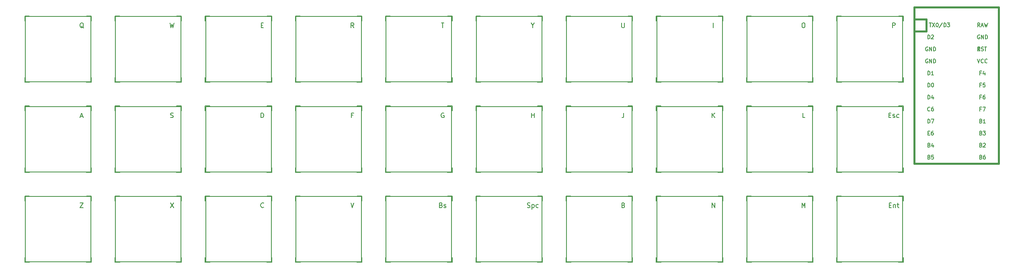
<source format=gbr>
G04 #@! TF.GenerationSoftware,KiCad,Pcbnew,5.1.5-52549c5~84~ubuntu19.10.1*
G04 #@! TF.CreationDate,2020-02-17T22:45:33-08:00*
G04 #@! TF.ProjectId,keycad,6b657963-6164-42e6-9b69-6361645f7063,rev?*
G04 #@! TF.SameCoordinates,Original*
G04 #@! TF.FileFunction,Legend,Top*
G04 #@! TF.FilePolarity,Positive*
%FSLAX46Y46*%
G04 Gerber Fmt 4.6, Leading zero omitted, Abs format (unit mm)*
G04 Created by KiCad (PCBNEW 5.1.5-52549c5~84~ubuntu19.10.1) date 2020-02-17 22:45:33*
%MOMM*%
%LPD*%
G04 APERTURE LIST*
%ADD10C,0.381000*%
%ADD11C,0.150000*%
G04 APERTURE END LIST*
D10*
X182880000Y6350000D02*
X180340000Y6350000D01*
X180340000Y8890000D02*
X180340000Y6350000D01*
X198120000Y8890000D02*
X180340000Y8890000D01*
X198120000Y6350000D02*
X198120000Y8890000D01*
D11*
G36*
X194161568Y-129360D02*
G01*
X194161568Y-329360D01*
X194061568Y-329360D01*
X194061568Y-129360D01*
X194161568Y-129360D01*
G37*
X194161568Y-129360D02*
X194161568Y-329360D01*
X194061568Y-329360D01*
X194061568Y-129360D01*
X194161568Y-129360D01*
G36*
X193761568Y470640D02*
G01*
X193761568Y-329360D01*
X193661568Y-329360D01*
X193661568Y470640D01*
X193761568Y470640D01*
G37*
X193761568Y470640D02*
X193761568Y-329360D01*
X193661568Y-329360D01*
X193661568Y470640D01*
X193761568Y470640D01*
G36*
X194161568Y470640D02*
G01*
X194161568Y370640D01*
X193661568Y370640D01*
X193661568Y470640D01*
X194161568Y470640D01*
G37*
X194161568Y470640D02*
X194161568Y370640D01*
X193661568Y370640D01*
X193661568Y470640D01*
X194161568Y470640D01*
G36*
X193961568Y70640D02*
G01*
X193961568Y-29360D01*
X193861568Y-29360D01*
X193861568Y70640D01*
X193961568Y70640D01*
G37*
X193961568Y70640D02*
X193961568Y-29360D01*
X193861568Y-29360D01*
X193861568Y70640D01*
X193961568Y70640D01*
G36*
X194161568Y470640D02*
G01*
X194161568Y170640D01*
X194061568Y170640D01*
X194061568Y470640D01*
X194161568Y470640D01*
G37*
X194161568Y470640D02*
X194161568Y170640D01*
X194061568Y170640D01*
X194061568Y470640D01*
X194161568Y470640D01*
D10*
X182880000Y3810000D02*
X180340000Y3810000D01*
X182880000Y6350000D02*
X182880000Y3810000D01*
X198120000Y-24130000D02*
X198120000Y6350000D01*
X180340000Y-24130000D02*
X198120000Y-24130000D01*
X180340000Y6350000D02*
X180340000Y-24130000D01*
D11*
X158900000Y6900000D02*
X158900000Y-6900000D01*
X145100000Y-6900000D02*
X145100000Y6900000D01*
X145100000Y-6900000D02*
X158900000Y-6900000D01*
X158900000Y6900000D02*
X145100000Y6900000D01*
X145000000Y-7000000D02*
X145000000Y-6000000D01*
X146000000Y7000000D02*
X145000000Y7000000D01*
X145000000Y-7000000D02*
X146000000Y-7000000D01*
X145000000Y6000000D02*
X145000000Y7000000D01*
X159000000Y7000000D02*
X159000000Y6000000D01*
X158000000Y-7000000D02*
X159000000Y-7000000D01*
X159000000Y7000000D02*
X158000000Y7000000D01*
X159000000Y-6000000D02*
X159000000Y-7000000D01*
X139900000Y6900000D02*
X139900000Y-6900000D01*
X126100000Y-6900000D02*
X126100000Y6900000D01*
X126100000Y-6900000D02*
X139900000Y-6900000D01*
X139900000Y6900000D02*
X126100000Y6900000D01*
X126000000Y-7000000D02*
X126000000Y-6000000D01*
X127000000Y7000000D02*
X126000000Y7000000D01*
X126000000Y-7000000D02*
X127000000Y-7000000D01*
X126000000Y6000000D02*
X126000000Y7000000D01*
X140000000Y7000000D02*
X140000000Y6000000D01*
X139000000Y-7000000D02*
X140000000Y-7000000D01*
X140000000Y7000000D02*
X139000000Y7000000D01*
X140000000Y-6000000D02*
X140000000Y-7000000D01*
X120900000Y6900000D02*
X120900000Y-6900000D01*
X107100000Y-6900000D02*
X107100000Y6900000D01*
X107100000Y-6900000D02*
X120900000Y-6900000D01*
X120900000Y6900000D02*
X107100000Y6900000D01*
X107000000Y-7000000D02*
X107000000Y-6000000D01*
X108000000Y7000000D02*
X107000000Y7000000D01*
X107000000Y-7000000D02*
X108000000Y-7000000D01*
X107000000Y6000000D02*
X107000000Y7000000D01*
X121000000Y7000000D02*
X121000000Y6000000D01*
X120000000Y-7000000D02*
X121000000Y-7000000D01*
X121000000Y7000000D02*
X120000000Y7000000D01*
X121000000Y-6000000D02*
X121000000Y-7000000D01*
X101900000Y6900000D02*
X101900000Y-6900000D01*
X88100000Y-6900000D02*
X88100000Y6900000D01*
X88100000Y-6900000D02*
X101900000Y-6900000D01*
X101900000Y6900000D02*
X88100000Y6900000D01*
X88000000Y-7000000D02*
X88000000Y-6000000D01*
X89000000Y7000000D02*
X88000000Y7000000D01*
X88000000Y-7000000D02*
X89000000Y-7000000D01*
X88000000Y6000000D02*
X88000000Y7000000D01*
X102000000Y7000000D02*
X102000000Y6000000D01*
X101000000Y-7000000D02*
X102000000Y-7000000D01*
X102000000Y7000000D02*
X101000000Y7000000D01*
X102000000Y-6000000D02*
X102000000Y-7000000D01*
X82900000Y6900000D02*
X82900000Y-6900000D01*
X69100000Y-6900000D02*
X69100000Y6900000D01*
X69100000Y-6900000D02*
X82900000Y-6900000D01*
X82900000Y6900000D02*
X69100000Y6900000D01*
X69000000Y-7000000D02*
X69000000Y-6000000D01*
X70000000Y7000000D02*
X69000000Y7000000D01*
X69000000Y-7000000D02*
X70000000Y-7000000D01*
X69000000Y6000000D02*
X69000000Y7000000D01*
X83000000Y7000000D02*
X83000000Y6000000D01*
X82000000Y-7000000D02*
X83000000Y-7000000D01*
X83000000Y7000000D02*
X82000000Y7000000D01*
X83000000Y-6000000D02*
X83000000Y-7000000D01*
X63900000Y6900000D02*
X63900000Y-6900000D01*
X50100000Y-6900000D02*
X50100000Y6900000D01*
X50100000Y-6900000D02*
X63900000Y-6900000D01*
X63900000Y6900000D02*
X50100000Y6900000D01*
X50000000Y-7000000D02*
X50000000Y-6000000D01*
X51000000Y7000000D02*
X50000000Y7000000D01*
X50000000Y-7000000D02*
X51000000Y-7000000D01*
X50000000Y6000000D02*
X50000000Y7000000D01*
X64000000Y7000000D02*
X64000000Y6000000D01*
X63000000Y-7000000D02*
X64000000Y-7000000D01*
X64000000Y7000000D02*
X63000000Y7000000D01*
X64000000Y-6000000D02*
X64000000Y-7000000D01*
X177900000Y-31100000D02*
X177900000Y-44900000D01*
X164100000Y-44900000D02*
X164100000Y-31100000D01*
X164100000Y-44900000D02*
X177900000Y-44900000D01*
X177900000Y-31100000D02*
X164100000Y-31100000D01*
X164000000Y-45000000D02*
X164000000Y-44000000D01*
X165000000Y-31000000D02*
X164000000Y-31000000D01*
X164000000Y-45000000D02*
X165000000Y-45000000D01*
X164000000Y-32000000D02*
X164000000Y-31000000D01*
X178000000Y-31000000D02*
X178000000Y-32000000D01*
X177000000Y-45000000D02*
X178000000Y-45000000D01*
X178000000Y-31000000D02*
X177000000Y-31000000D01*
X178000000Y-44000000D02*
X178000000Y-45000000D01*
X44900000Y6900000D02*
X44900000Y-6900000D01*
X31100000Y-6900000D02*
X31100000Y6900000D01*
X31100000Y-6900000D02*
X44900000Y-6900000D01*
X44900000Y6900000D02*
X31100000Y6900000D01*
X31000000Y-7000000D02*
X31000000Y-6000000D01*
X32000000Y7000000D02*
X31000000Y7000000D01*
X31000000Y-7000000D02*
X32000000Y-7000000D01*
X31000000Y6000000D02*
X31000000Y7000000D01*
X45000000Y7000000D02*
X45000000Y6000000D01*
X44000000Y-7000000D02*
X45000000Y-7000000D01*
X45000000Y7000000D02*
X44000000Y7000000D01*
X45000000Y-6000000D02*
X45000000Y-7000000D01*
X158900000Y-31100000D02*
X158900000Y-44900000D01*
X145100000Y-44900000D02*
X145100000Y-31100000D01*
X145100000Y-44900000D02*
X158900000Y-44900000D01*
X158900000Y-31100000D02*
X145100000Y-31100000D01*
X145000000Y-45000000D02*
X145000000Y-44000000D01*
X146000000Y-31000000D02*
X145000000Y-31000000D01*
X145000000Y-45000000D02*
X146000000Y-45000000D01*
X145000000Y-32000000D02*
X145000000Y-31000000D01*
X159000000Y-31000000D02*
X159000000Y-32000000D01*
X158000000Y-45000000D02*
X159000000Y-45000000D01*
X159000000Y-31000000D02*
X158000000Y-31000000D01*
X159000000Y-44000000D02*
X159000000Y-45000000D01*
X139900000Y-31100000D02*
X139900000Y-44900000D01*
X126100000Y-44900000D02*
X126100000Y-31100000D01*
X126100000Y-44900000D02*
X139900000Y-44900000D01*
X139900000Y-31100000D02*
X126100000Y-31100000D01*
X126000000Y-45000000D02*
X126000000Y-44000000D01*
X127000000Y-31000000D02*
X126000000Y-31000000D01*
X126000000Y-45000000D02*
X127000000Y-45000000D01*
X126000000Y-32000000D02*
X126000000Y-31000000D01*
X140000000Y-31000000D02*
X140000000Y-32000000D01*
X139000000Y-45000000D02*
X140000000Y-45000000D01*
X140000000Y-31000000D02*
X139000000Y-31000000D01*
X140000000Y-44000000D02*
X140000000Y-45000000D01*
X120900000Y-31100000D02*
X120900000Y-44900000D01*
X107100000Y-44900000D02*
X107100000Y-31100000D01*
X107100000Y-44900000D02*
X120900000Y-44900000D01*
X120900000Y-31100000D02*
X107100000Y-31100000D01*
X107000000Y-45000000D02*
X107000000Y-44000000D01*
X108000000Y-31000000D02*
X107000000Y-31000000D01*
X107000000Y-45000000D02*
X108000000Y-45000000D01*
X107000000Y-32000000D02*
X107000000Y-31000000D01*
X121000000Y-31000000D02*
X121000000Y-32000000D01*
X120000000Y-45000000D02*
X121000000Y-45000000D01*
X121000000Y-31000000D02*
X120000000Y-31000000D01*
X121000000Y-44000000D02*
X121000000Y-45000000D01*
X101900000Y-31100000D02*
X101900000Y-44900000D01*
X88100000Y-44900000D02*
X88100000Y-31100000D01*
X88100000Y-44900000D02*
X101900000Y-44900000D01*
X101900000Y-31100000D02*
X88100000Y-31100000D01*
X88000000Y-45000000D02*
X88000000Y-44000000D01*
X89000000Y-31000000D02*
X88000000Y-31000000D01*
X88000000Y-45000000D02*
X89000000Y-45000000D01*
X88000000Y-32000000D02*
X88000000Y-31000000D01*
X102000000Y-31000000D02*
X102000000Y-32000000D01*
X101000000Y-45000000D02*
X102000000Y-45000000D01*
X102000000Y-31000000D02*
X101000000Y-31000000D01*
X102000000Y-44000000D02*
X102000000Y-45000000D01*
X82900000Y-31100000D02*
X82900000Y-44900000D01*
X69100000Y-44900000D02*
X69100000Y-31100000D01*
X69100000Y-44900000D02*
X82900000Y-44900000D01*
X82900000Y-31100000D02*
X69100000Y-31100000D01*
X69000000Y-45000000D02*
X69000000Y-44000000D01*
X70000000Y-31000000D02*
X69000000Y-31000000D01*
X69000000Y-45000000D02*
X70000000Y-45000000D01*
X69000000Y-32000000D02*
X69000000Y-31000000D01*
X83000000Y-31000000D02*
X83000000Y-32000000D01*
X82000000Y-45000000D02*
X83000000Y-45000000D01*
X83000000Y-31000000D02*
X82000000Y-31000000D01*
X83000000Y-44000000D02*
X83000000Y-45000000D01*
X63900000Y-31100000D02*
X63900000Y-44900000D01*
X50100000Y-44900000D02*
X50100000Y-31100000D01*
X50100000Y-44900000D02*
X63900000Y-44900000D01*
X63900000Y-31100000D02*
X50100000Y-31100000D01*
X50000000Y-45000000D02*
X50000000Y-44000000D01*
X51000000Y-31000000D02*
X50000000Y-31000000D01*
X50000000Y-45000000D02*
X51000000Y-45000000D01*
X50000000Y-32000000D02*
X50000000Y-31000000D01*
X64000000Y-31000000D02*
X64000000Y-32000000D01*
X63000000Y-45000000D02*
X64000000Y-45000000D01*
X64000000Y-31000000D02*
X63000000Y-31000000D01*
X64000000Y-44000000D02*
X64000000Y-45000000D01*
X44900000Y-31100000D02*
X44900000Y-44900000D01*
X31100000Y-44900000D02*
X31100000Y-31100000D01*
X31100000Y-44900000D02*
X44900000Y-44900000D01*
X44900000Y-31100000D02*
X31100000Y-31100000D01*
X31000000Y-45000000D02*
X31000000Y-44000000D01*
X32000000Y-31000000D02*
X31000000Y-31000000D01*
X31000000Y-45000000D02*
X32000000Y-45000000D01*
X31000000Y-32000000D02*
X31000000Y-31000000D01*
X45000000Y-31000000D02*
X45000000Y-32000000D01*
X44000000Y-45000000D02*
X45000000Y-45000000D01*
X45000000Y-31000000D02*
X44000000Y-31000000D01*
X45000000Y-44000000D02*
X45000000Y-45000000D01*
X25900000Y-31100000D02*
X25900000Y-44900000D01*
X12100000Y-44900000D02*
X12100000Y-31100000D01*
X12100000Y-44900000D02*
X25900000Y-44900000D01*
X25900000Y-31100000D02*
X12100000Y-31100000D01*
X12000000Y-45000000D02*
X12000000Y-44000000D01*
X13000000Y-31000000D02*
X12000000Y-31000000D01*
X12000000Y-45000000D02*
X13000000Y-45000000D01*
X12000000Y-32000000D02*
X12000000Y-31000000D01*
X26000000Y-31000000D02*
X26000000Y-32000000D01*
X25000000Y-45000000D02*
X26000000Y-45000000D01*
X26000000Y-31000000D02*
X25000000Y-31000000D01*
X26000000Y-44000000D02*
X26000000Y-45000000D01*
X6900000Y-31100000D02*
X6900000Y-44900000D01*
X-6900000Y-44900000D02*
X-6900000Y-31100000D01*
X-6900000Y-44900000D02*
X6900000Y-44900000D01*
X6900000Y-31100000D02*
X-6900000Y-31100000D01*
X-7000000Y-45000000D02*
X-7000000Y-44000000D01*
X-6000000Y-31000000D02*
X-7000000Y-31000000D01*
X-7000000Y-45000000D02*
X-6000000Y-45000000D01*
X-7000000Y-32000000D02*
X-7000000Y-31000000D01*
X7000000Y-31000000D02*
X7000000Y-32000000D01*
X6000000Y-45000000D02*
X7000000Y-45000000D01*
X7000000Y-31000000D02*
X6000000Y-31000000D01*
X7000000Y-44000000D02*
X7000000Y-45000000D01*
X177900000Y-12100000D02*
X177900000Y-25900000D01*
X164100000Y-25900000D02*
X164100000Y-12100000D01*
X164100000Y-25900000D02*
X177900000Y-25900000D01*
X177900000Y-12100000D02*
X164100000Y-12100000D01*
X164000000Y-26000000D02*
X164000000Y-25000000D01*
X165000000Y-12000000D02*
X164000000Y-12000000D01*
X164000000Y-26000000D02*
X165000000Y-26000000D01*
X164000000Y-13000000D02*
X164000000Y-12000000D01*
X178000000Y-12000000D02*
X178000000Y-13000000D01*
X177000000Y-26000000D02*
X178000000Y-26000000D01*
X178000000Y-12000000D02*
X177000000Y-12000000D01*
X178000000Y-25000000D02*
X178000000Y-26000000D01*
X25900000Y6900000D02*
X25900000Y-6900000D01*
X12100000Y-6900000D02*
X12100000Y6900000D01*
X12100000Y-6900000D02*
X25900000Y-6900000D01*
X25900000Y6900000D02*
X12100000Y6900000D01*
X12000000Y-7000000D02*
X12000000Y-6000000D01*
X13000000Y7000000D02*
X12000000Y7000000D01*
X12000000Y-7000000D02*
X13000000Y-7000000D01*
X12000000Y6000000D02*
X12000000Y7000000D01*
X26000000Y7000000D02*
X26000000Y6000000D01*
X25000000Y-7000000D02*
X26000000Y-7000000D01*
X26000000Y7000000D02*
X25000000Y7000000D01*
X26000000Y-6000000D02*
X26000000Y-7000000D01*
X158900000Y-12100000D02*
X158900000Y-25900000D01*
X145100000Y-25900000D02*
X145100000Y-12100000D01*
X145100000Y-25900000D02*
X158900000Y-25900000D01*
X158900000Y-12100000D02*
X145100000Y-12100000D01*
X145000000Y-26000000D02*
X145000000Y-25000000D01*
X146000000Y-12000000D02*
X145000000Y-12000000D01*
X145000000Y-26000000D02*
X146000000Y-26000000D01*
X145000000Y-13000000D02*
X145000000Y-12000000D01*
X159000000Y-12000000D02*
X159000000Y-13000000D01*
X158000000Y-26000000D02*
X159000000Y-26000000D01*
X159000000Y-12000000D02*
X158000000Y-12000000D01*
X159000000Y-25000000D02*
X159000000Y-26000000D01*
X139900000Y-12100000D02*
X139900000Y-25900000D01*
X126100000Y-25900000D02*
X126100000Y-12100000D01*
X126100000Y-25900000D02*
X139900000Y-25900000D01*
X139900000Y-12100000D02*
X126100000Y-12100000D01*
X126000000Y-26000000D02*
X126000000Y-25000000D01*
X127000000Y-12000000D02*
X126000000Y-12000000D01*
X126000000Y-26000000D02*
X127000000Y-26000000D01*
X126000000Y-13000000D02*
X126000000Y-12000000D01*
X140000000Y-12000000D02*
X140000000Y-13000000D01*
X139000000Y-26000000D02*
X140000000Y-26000000D01*
X140000000Y-12000000D02*
X139000000Y-12000000D01*
X140000000Y-25000000D02*
X140000000Y-26000000D01*
X120900000Y-12100000D02*
X120900000Y-25900000D01*
X107100000Y-25900000D02*
X107100000Y-12100000D01*
X107100000Y-25900000D02*
X120900000Y-25900000D01*
X120900000Y-12100000D02*
X107100000Y-12100000D01*
X107000000Y-26000000D02*
X107000000Y-25000000D01*
X108000000Y-12000000D02*
X107000000Y-12000000D01*
X107000000Y-26000000D02*
X108000000Y-26000000D01*
X107000000Y-13000000D02*
X107000000Y-12000000D01*
X121000000Y-12000000D02*
X121000000Y-13000000D01*
X120000000Y-26000000D02*
X121000000Y-26000000D01*
X121000000Y-12000000D02*
X120000000Y-12000000D01*
X121000000Y-25000000D02*
X121000000Y-26000000D01*
X101900000Y-12100000D02*
X101900000Y-25900000D01*
X88100000Y-25900000D02*
X88100000Y-12100000D01*
X88100000Y-25900000D02*
X101900000Y-25900000D01*
X101900000Y-12100000D02*
X88100000Y-12100000D01*
X88000000Y-26000000D02*
X88000000Y-25000000D01*
X89000000Y-12000000D02*
X88000000Y-12000000D01*
X88000000Y-26000000D02*
X89000000Y-26000000D01*
X88000000Y-13000000D02*
X88000000Y-12000000D01*
X102000000Y-12000000D02*
X102000000Y-13000000D01*
X101000000Y-26000000D02*
X102000000Y-26000000D01*
X102000000Y-12000000D02*
X101000000Y-12000000D01*
X102000000Y-25000000D02*
X102000000Y-26000000D01*
X82900000Y-12100000D02*
X82900000Y-25900000D01*
X69100000Y-25900000D02*
X69100000Y-12100000D01*
X69100000Y-25900000D02*
X82900000Y-25900000D01*
X82900000Y-12100000D02*
X69100000Y-12100000D01*
X69000000Y-26000000D02*
X69000000Y-25000000D01*
X70000000Y-12000000D02*
X69000000Y-12000000D01*
X69000000Y-26000000D02*
X70000000Y-26000000D01*
X69000000Y-13000000D02*
X69000000Y-12000000D01*
X83000000Y-12000000D02*
X83000000Y-13000000D01*
X82000000Y-26000000D02*
X83000000Y-26000000D01*
X83000000Y-12000000D02*
X82000000Y-12000000D01*
X83000000Y-25000000D02*
X83000000Y-26000000D01*
X63900000Y-12100000D02*
X63900000Y-25900000D01*
X50100000Y-25900000D02*
X50100000Y-12100000D01*
X50100000Y-25900000D02*
X63900000Y-25900000D01*
X63900000Y-12100000D02*
X50100000Y-12100000D01*
X50000000Y-26000000D02*
X50000000Y-25000000D01*
X51000000Y-12000000D02*
X50000000Y-12000000D01*
X50000000Y-26000000D02*
X51000000Y-26000000D01*
X50000000Y-13000000D02*
X50000000Y-12000000D01*
X64000000Y-12000000D02*
X64000000Y-13000000D01*
X63000000Y-26000000D02*
X64000000Y-26000000D01*
X64000000Y-12000000D02*
X63000000Y-12000000D01*
X64000000Y-25000000D02*
X64000000Y-26000000D01*
X44900000Y-12100000D02*
X44900000Y-25900000D01*
X31100000Y-25900000D02*
X31100000Y-12100000D01*
X31100000Y-25900000D02*
X44900000Y-25900000D01*
X44900000Y-12100000D02*
X31100000Y-12100000D01*
X31000000Y-26000000D02*
X31000000Y-25000000D01*
X32000000Y-12000000D02*
X31000000Y-12000000D01*
X31000000Y-26000000D02*
X32000000Y-26000000D01*
X31000000Y-13000000D02*
X31000000Y-12000000D01*
X45000000Y-12000000D02*
X45000000Y-13000000D01*
X44000000Y-26000000D02*
X45000000Y-26000000D01*
X45000000Y-12000000D02*
X44000000Y-12000000D01*
X45000000Y-25000000D02*
X45000000Y-26000000D01*
X25900000Y-12100000D02*
X25900000Y-25900000D01*
X12100000Y-25900000D02*
X12100000Y-12100000D01*
X12100000Y-25900000D02*
X25900000Y-25900000D01*
X25900000Y-12100000D02*
X12100000Y-12100000D01*
X12000000Y-26000000D02*
X12000000Y-25000000D01*
X13000000Y-12000000D02*
X12000000Y-12000000D01*
X12000000Y-26000000D02*
X13000000Y-26000000D01*
X12000000Y-13000000D02*
X12000000Y-12000000D01*
X26000000Y-12000000D02*
X26000000Y-13000000D01*
X25000000Y-26000000D02*
X26000000Y-26000000D01*
X26000000Y-12000000D02*
X25000000Y-12000000D01*
X26000000Y-25000000D02*
X26000000Y-26000000D01*
X6900000Y-12100000D02*
X6900000Y-25900000D01*
X-6900000Y-25900000D02*
X-6900000Y-12100000D01*
X-6900000Y-25900000D02*
X6900000Y-25900000D01*
X6900000Y-12100000D02*
X-6900000Y-12100000D01*
X-7000000Y-26000000D02*
X-7000000Y-25000000D01*
X-6000000Y-12000000D02*
X-7000000Y-12000000D01*
X-7000000Y-26000000D02*
X-6000000Y-26000000D01*
X-7000000Y-13000000D02*
X-7000000Y-12000000D01*
X7000000Y-12000000D02*
X7000000Y-13000000D01*
X6000000Y-26000000D02*
X7000000Y-26000000D01*
X7000000Y-12000000D02*
X6000000Y-12000000D01*
X7000000Y-25000000D02*
X7000000Y-26000000D01*
X177900000Y6900000D02*
X177900000Y-6900000D01*
X164100000Y-6900000D02*
X164100000Y6900000D01*
X164100000Y-6900000D02*
X177900000Y-6900000D01*
X177900000Y6900000D02*
X164100000Y6900000D01*
X164000000Y-7000000D02*
X164000000Y-6000000D01*
X165000000Y7000000D02*
X164000000Y7000000D01*
X164000000Y-7000000D02*
X165000000Y-7000000D01*
X164000000Y6000000D02*
X164000000Y7000000D01*
X178000000Y7000000D02*
X178000000Y6000000D01*
X177000000Y-7000000D02*
X178000000Y-7000000D01*
X178000000Y7000000D02*
X177000000Y7000000D01*
X178000000Y-6000000D02*
X178000000Y-7000000D01*
X6900000Y6900000D02*
X6900000Y-6900000D01*
X-6900000Y-6900000D02*
X-6900000Y6900000D01*
X-6900000Y-6900000D02*
X6900000Y-6900000D01*
X6900000Y6900000D02*
X-6900000Y6900000D01*
X-7000000Y-7000000D02*
X-7000000Y-6000000D01*
X-6000000Y7000000D02*
X-7000000Y7000000D01*
X-7000000Y-7000000D02*
X-6000000Y-7000000D01*
X-7000000Y6000000D02*
X-7000000Y7000000D01*
X7000000Y7000000D02*
X7000000Y6000000D01*
X6000000Y-7000000D02*
X7000000Y-7000000D01*
X7000000Y7000000D02*
X6000000Y7000000D01*
X7000000Y-6000000D02*
X7000000Y-7000000D01*
X183467651Y5518095D02*
X183924794Y5518095D01*
X183696223Y4718095D02*
X183696223Y5518095D01*
X184115270Y5518095D02*
X184648604Y4718095D01*
X184648604Y5518095D02*
X184115270Y4718095D01*
X185105747Y5518095D02*
X185181937Y5518095D01*
X185258128Y5480000D01*
X185296223Y5441904D01*
X185334318Y5365714D01*
X185372413Y5213333D01*
X185372413Y5022857D01*
X185334318Y4870476D01*
X185296223Y4794285D01*
X185258128Y4756190D01*
X185181937Y4718095D01*
X185105747Y4718095D01*
X185029556Y4756190D01*
X184991461Y4794285D01*
X184953366Y4870476D01*
X184915270Y5022857D01*
X184915270Y5213333D01*
X184953366Y5365714D01*
X184991461Y5441904D01*
X185029556Y5480000D01*
X185105747Y5518095D01*
X186286699Y5556190D02*
X185600985Y4527619D01*
X186553366Y4718095D02*
X186553366Y5518095D01*
X186743842Y5518095D01*
X186858128Y5480000D01*
X186934318Y5403809D01*
X186972413Y5327619D01*
X187010508Y5175238D01*
X187010508Y5060952D01*
X186972413Y4908571D01*
X186934318Y4832380D01*
X186858128Y4756190D01*
X186743842Y4718095D01*
X186553366Y4718095D01*
X187277175Y5518095D02*
X187772413Y5518095D01*
X187505747Y5213333D01*
X187620032Y5213333D01*
X187696223Y5175238D01*
X187734318Y5137142D01*
X187772413Y5060952D01*
X187772413Y4870476D01*
X187734318Y4794285D01*
X187696223Y4756190D01*
X187620032Y4718095D01*
X187391461Y4718095D01*
X187315270Y4756190D01*
X187277175Y4794285D01*
X183178523Y2178095D02*
X183178523Y2978095D01*
X183369000Y2978095D01*
X183483285Y2940000D01*
X183559476Y2863809D01*
X183597571Y2787619D01*
X183635666Y2635238D01*
X183635666Y2520952D01*
X183597571Y2368571D01*
X183559476Y2292380D01*
X183483285Y2216190D01*
X183369000Y2178095D01*
X183178523Y2178095D01*
X183940428Y2901904D02*
X183978523Y2940000D01*
X184054714Y2978095D01*
X184245190Y2978095D01*
X184321380Y2940000D01*
X184359476Y2901904D01*
X184397571Y2825714D01*
X184397571Y2749523D01*
X184359476Y2635238D01*
X183902333Y2178095D01*
X184397571Y2178095D01*
X183178523Y-7981904D02*
X183178523Y-7181904D01*
X183369000Y-7181904D01*
X183483285Y-7220000D01*
X183559476Y-7296190D01*
X183597571Y-7372380D01*
X183635666Y-7524761D01*
X183635666Y-7639047D01*
X183597571Y-7791428D01*
X183559476Y-7867619D01*
X183483285Y-7943809D01*
X183369000Y-7981904D01*
X183178523Y-7981904D01*
X184130904Y-7181904D02*
X184207095Y-7181904D01*
X184283285Y-7220000D01*
X184321380Y-7258095D01*
X184359476Y-7334285D01*
X184397571Y-7486666D01*
X184397571Y-7677142D01*
X184359476Y-7829523D01*
X184321380Y-7905714D01*
X184283285Y-7943809D01*
X184207095Y-7981904D01*
X184130904Y-7981904D01*
X184054714Y-7943809D01*
X184016619Y-7905714D01*
X183978523Y-7829523D01*
X183940428Y-7677142D01*
X183940428Y-7486666D01*
X183978523Y-7334285D01*
X184016619Y-7258095D01*
X184054714Y-7220000D01*
X184130904Y-7181904D01*
X183178523Y-5441904D02*
X183178523Y-4641904D01*
X183369000Y-4641904D01*
X183483285Y-4680000D01*
X183559476Y-4756190D01*
X183597571Y-4832380D01*
X183635666Y-4984761D01*
X183635666Y-5099047D01*
X183597571Y-5251428D01*
X183559476Y-5327619D01*
X183483285Y-5403809D01*
X183369000Y-5441904D01*
X183178523Y-5441904D01*
X184397571Y-5441904D02*
X183940428Y-5441904D01*
X184169000Y-5441904D02*
X184169000Y-4641904D01*
X184092809Y-4756190D01*
X184016619Y-4832380D01*
X183940428Y-4870476D01*
X183159476Y-2140000D02*
X183083285Y-2101904D01*
X182969000Y-2101904D01*
X182854714Y-2140000D01*
X182778523Y-2216190D01*
X182740428Y-2292380D01*
X182702333Y-2444761D01*
X182702333Y-2559047D01*
X182740428Y-2711428D01*
X182778523Y-2787619D01*
X182854714Y-2863809D01*
X182969000Y-2901904D01*
X183045190Y-2901904D01*
X183159476Y-2863809D01*
X183197571Y-2825714D01*
X183197571Y-2559047D01*
X183045190Y-2559047D01*
X183540428Y-2901904D02*
X183540428Y-2101904D01*
X183997571Y-2901904D01*
X183997571Y-2101904D01*
X184378523Y-2901904D02*
X184378523Y-2101904D01*
X184569000Y-2101904D01*
X184683285Y-2140000D01*
X184759476Y-2216190D01*
X184797571Y-2292380D01*
X184835666Y-2444761D01*
X184835666Y-2559047D01*
X184797571Y-2711428D01*
X184759476Y-2787619D01*
X184683285Y-2863809D01*
X184569000Y-2901904D01*
X184378523Y-2901904D01*
X183159476Y400000D02*
X183083285Y438095D01*
X182969000Y438095D01*
X182854714Y400000D01*
X182778523Y323809D01*
X182740428Y247619D01*
X182702333Y95238D01*
X182702333Y-19047D01*
X182740428Y-171428D01*
X182778523Y-247619D01*
X182854714Y-323809D01*
X182969000Y-361904D01*
X183045190Y-361904D01*
X183159476Y-323809D01*
X183197571Y-285714D01*
X183197571Y-19047D01*
X183045190Y-19047D01*
X183540428Y-361904D02*
X183540428Y438095D01*
X183997571Y-361904D01*
X183997571Y438095D01*
X184378523Y-361904D02*
X184378523Y438095D01*
X184569000Y438095D01*
X184683285Y400000D01*
X184759476Y323809D01*
X184797571Y247619D01*
X184835666Y95238D01*
X184835666Y-19047D01*
X184797571Y-171428D01*
X184759476Y-247619D01*
X184683285Y-323809D01*
X184569000Y-361904D01*
X184378523Y-361904D01*
X183178523Y-10521904D02*
X183178523Y-9721904D01*
X183369000Y-9721904D01*
X183483285Y-9760000D01*
X183559476Y-9836190D01*
X183597571Y-9912380D01*
X183635666Y-10064761D01*
X183635666Y-10179047D01*
X183597571Y-10331428D01*
X183559476Y-10407619D01*
X183483285Y-10483809D01*
X183369000Y-10521904D01*
X183178523Y-10521904D01*
X184321380Y-9988571D02*
X184321380Y-10521904D01*
X184130904Y-9683809D02*
X183940428Y-10255238D01*
X184435666Y-10255238D01*
X183635666Y-12985714D02*
X183597571Y-13023809D01*
X183483285Y-13061904D01*
X183407095Y-13061904D01*
X183292809Y-13023809D01*
X183216619Y-12947619D01*
X183178523Y-12871428D01*
X183140428Y-12719047D01*
X183140428Y-12604761D01*
X183178523Y-12452380D01*
X183216619Y-12376190D01*
X183292809Y-12300000D01*
X183407095Y-12261904D01*
X183483285Y-12261904D01*
X183597571Y-12300000D01*
X183635666Y-12338095D01*
X184321380Y-12261904D02*
X184169000Y-12261904D01*
X184092809Y-12300000D01*
X184054714Y-12338095D01*
X183978523Y-12452380D01*
X183940428Y-12604761D01*
X183940428Y-12909523D01*
X183978523Y-12985714D01*
X184016619Y-13023809D01*
X184092809Y-13061904D01*
X184245190Y-13061904D01*
X184321380Y-13023809D01*
X184359476Y-12985714D01*
X184397571Y-12909523D01*
X184397571Y-12719047D01*
X184359476Y-12642857D01*
X184321380Y-12604761D01*
X184245190Y-12566666D01*
X184092809Y-12566666D01*
X184016619Y-12604761D01*
X183978523Y-12642857D01*
X183940428Y-12719047D01*
X183178523Y-15601904D02*
X183178523Y-14801904D01*
X183369000Y-14801904D01*
X183483285Y-14840000D01*
X183559476Y-14916190D01*
X183597571Y-14992380D01*
X183635666Y-15144761D01*
X183635666Y-15259047D01*
X183597571Y-15411428D01*
X183559476Y-15487619D01*
X183483285Y-15563809D01*
X183369000Y-15601904D01*
X183178523Y-15601904D01*
X183902333Y-14801904D02*
X184435666Y-14801904D01*
X184092809Y-15601904D01*
X183216619Y-17722857D02*
X183483285Y-17722857D01*
X183597571Y-18141904D02*
X183216619Y-18141904D01*
X183216619Y-17341904D01*
X183597571Y-17341904D01*
X184283285Y-17341904D02*
X184130904Y-17341904D01*
X184054714Y-17380000D01*
X184016619Y-17418095D01*
X183940428Y-17532380D01*
X183902333Y-17684761D01*
X183902333Y-17989523D01*
X183940428Y-18065714D01*
X183978523Y-18103809D01*
X184054714Y-18141904D01*
X184207095Y-18141904D01*
X184283285Y-18103809D01*
X184321380Y-18065714D01*
X184359476Y-17989523D01*
X184359476Y-17799047D01*
X184321380Y-17722857D01*
X184283285Y-17684761D01*
X184207095Y-17646666D01*
X184054714Y-17646666D01*
X183978523Y-17684761D01*
X183940428Y-17722857D01*
X183902333Y-17799047D01*
X183445190Y-20262857D02*
X183559476Y-20300952D01*
X183597571Y-20339047D01*
X183635666Y-20415238D01*
X183635666Y-20529523D01*
X183597571Y-20605714D01*
X183559476Y-20643809D01*
X183483285Y-20681904D01*
X183178523Y-20681904D01*
X183178523Y-19881904D01*
X183445190Y-19881904D01*
X183521380Y-19920000D01*
X183559476Y-19958095D01*
X183597571Y-20034285D01*
X183597571Y-20110476D01*
X183559476Y-20186666D01*
X183521380Y-20224761D01*
X183445190Y-20262857D01*
X183178523Y-20262857D01*
X184321380Y-20148571D02*
X184321380Y-20681904D01*
X184130904Y-19843809D02*
X183940428Y-20415238D01*
X184435666Y-20415238D01*
X183445190Y-22802857D02*
X183559476Y-22840952D01*
X183597571Y-22879047D01*
X183635666Y-22955238D01*
X183635666Y-23069523D01*
X183597571Y-23145714D01*
X183559476Y-23183809D01*
X183483285Y-23221904D01*
X183178523Y-23221904D01*
X183178523Y-22421904D01*
X183445190Y-22421904D01*
X183521380Y-22460000D01*
X183559476Y-22498095D01*
X183597571Y-22574285D01*
X183597571Y-22650476D01*
X183559476Y-22726666D01*
X183521380Y-22764761D01*
X183445190Y-22802857D01*
X183178523Y-22802857D01*
X184359476Y-22421904D02*
X183978523Y-22421904D01*
X183940428Y-22802857D01*
X183978523Y-22764761D01*
X184054714Y-22726666D01*
X184245190Y-22726666D01*
X184321380Y-22764761D01*
X184359476Y-22802857D01*
X184397571Y-22879047D01*
X184397571Y-23069523D01*
X184359476Y-23145714D01*
X184321380Y-23183809D01*
X184245190Y-23221904D01*
X184054714Y-23221904D01*
X183978523Y-23183809D01*
X183940428Y-23145714D01*
X194367190Y-22802857D02*
X194481476Y-22840952D01*
X194519571Y-22879047D01*
X194557666Y-22955238D01*
X194557666Y-23069523D01*
X194519571Y-23145714D01*
X194481476Y-23183809D01*
X194405285Y-23221904D01*
X194100523Y-23221904D01*
X194100523Y-22421904D01*
X194367190Y-22421904D01*
X194443380Y-22460000D01*
X194481476Y-22498095D01*
X194519571Y-22574285D01*
X194519571Y-22650476D01*
X194481476Y-22726666D01*
X194443380Y-22764761D01*
X194367190Y-22802857D01*
X194100523Y-22802857D01*
X195243380Y-22421904D02*
X195091000Y-22421904D01*
X195014809Y-22460000D01*
X194976714Y-22498095D01*
X194900523Y-22612380D01*
X194862428Y-22764761D01*
X194862428Y-23069523D01*
X194900523Y-23145714D01*
X194938619Y-23183809D01*
X195014809Y-23221904D01*
X195167190Y-23221904D01*
X195243380Y-23183809D01*
X195281476Y-23145714D01*
X195319571Y-23069523D01*
X195319571Y-22879047D01*
X195281476Y-22802857D01*
X195243380Y-22764761D01*
X195167190Y-22726666D01*
X195014809Y-22726666D01*
X194938619Y-22764761D01*
X194900523Y-22802857D01*
X194862428Y-22879047D01*
X194367190Y-17722857D02*
X194481476Y-17760952D01*
X194519571Y-17799047D01*
X194557666Y-17875238D01*
X194557666Y-17989523D01*
X194519571Y-18065714D01*
X194481476Y-18103809D01*
X194405285Y-18141904D01*
X194100523Y-18141904D01*
X194100523Y-17341904D01*
X194367190Y-17341904D01*
X194443380Y-17380000D01*
X194481476Y-17418095D01*
X194519571Y-17494285D01*
X194519571Y-17570476D01*
X194481476Y-17646666D01*
X194443380Y-17684761D01*
X194367190Y-17722857D01*
X194100523Y-17722857D01*
X194824333Y-17341904D02*
X195319571Y-17341904D01*
X195052904Y-17646666D01*
X195167190Y-17646666D01*
X195243380Y-17684761D01*
X195281476Y-17722857D01*
X195319571Y-17799047D01*
X195319571Y-17989523D01*
X195281476Y-18065714D01*
X195243380Y-18103809D01*
X195167190Y-18141904D01*
X194938619Y-18141904D01*
X194862428Y-18103809D01*
X194824333Y-18065714D01*
X194367190Y-15182857D02*
X194481476Y-15220952D01*
X194519571Y-15259047D01*
X194557666Y-15335238D01*
X194557666Y-15449523D01*
X194519571Y-15525714D01*
X194481476Y-15563809D01*
X194405285Y-15601904D01*
X194100523Y-15601904D01*
X194100523Y-14801904D01*
X194367190Y-14801904D01*
X194443380Y-14840000D01*
X194481476Y-14878095D01*
X194519571Y-14954285D01*
X194519571Y-15030476D01*
X194481476Y-15106666D01*
X194443380Y-15144761D01*
X194367190Y-15182857D01*
X194100523Y-15182857D01*
X195319571Y-15601904D02*
X194862428Y-15601904D01*
X195091000Y-15601904D02*
X195091000Y-14801904D01*
X195014809Y-14916190D01*
X194938619Y-14992380D01*
X194862428Y-15030476D01*
X194424333Y-5022857D02*
X194157666Y-5022857D01*
X194157666Y-5441904D02*
X194157666Y-4641904D01*
X194538619Y-4641904D01*
X195186238Y-4908571D02*
X195186238Y-5441904D01*
X194995761Y-4603809D02*
X194805285Y-5175238D01*
X195300523Y-5175238D01*
X193624333Y-2101904D02*
X193891000Y-2901904D01*
X194157666Y-2101904D01*
X194881476Y-2825714D02*
X194843380Y-2863809D01*
X194729095Y-2901904D01*
X194652904Y-2901904D01*
X194538619Y-2863809D01*
X194462428Y-2787619D01*
X194424333Y-2711428D01*
X194386238Y-2559047D01*
X194386238Y-2444761D01*
X194424333Y-2292380D01*
X194462428Y-2216190D01*
X194538619Y-2140000D01*
X194652904Y-2101904D01*
X194729095Y-2101904D01*
X194843380Y-2140000D01*
X194881476Y-2178095D01*
X195681476Y-2825714D02*
X195643380Y-2863809D01*
X195529095Y-2901904D01*
X195452904Y-2901904D01*
X195338619Y-2863809D01*
X195262428Y-2787619D01*
X195224333Y-2711428D01*
X195186238Y-2559047D01*
X195186238Y-2444761D01*
X195224333Y-2292380D01*
X195262428Y-2216190D01*
X195338619Y-2140000D01*
X195452904Y-2101904D01*
X195529095Y-2101904D01*
X195643380Y-2140000D01*
X195681476Y-2178095D01*
X194429786Y-293809D02*
X194544072Y-331904D01*
X194734548Y-331904D01*
X194810739Y-293809D01*
X194848834Y-255714D01*
X194886929Y-179523D01*
X194886929Y-103333D01*
X194848834Y-27142D01*
X194810739Y10952D01*
X194734548Y49047D01*
X194582167Y87142D01*
X194505977Y125238D01*
X194467881Y163333D01*
X194429786Y239523D01*
X194429786Y315714D01*
X194467881Y391904D01*
X194505977Y430000D01*
X194582167Y468095D01*
X194772643Y468095D01*
X194886929Y430000D01*
X195115500Y468095D02*
X195572643Y468095D01*
X195344072Y-331904D02*
X195344072Y468095D01*
X194081476Y2940000D02*
X194005285Y2978095D01*
X193891000Y2978095D01*
X193776714Y2940000D01*
X193700523Y2863809D01*
X193662428Y2787619D01*
X193624333Y2635238D01*
X193624333Y2520952D01*
X193662428Y2368571D01*
X193700523Y2292380D01*
X193776714Y2216190D01*
X193891000Y2178095D01*
X193967190Y2178095D01*
X194081476Y2216190D01*
X194119571Y2254285D01*
X194119571Y2520952D01*
X193967190Y2520952D01*
X194462428Y2178095D02*
X194462428Y2978095D01*
X194919571Y2178095D01*
X194919571Y2978095D01*
X195300523Y2178095D02*
X195300523Y2978095D01*
X195491000Y2978095D01*
X195605285Y2940000D01*
X195681476Y2863809D01*
X195719571Y2787619D01*
X195757666Y2635238D01*
X195757666Y2520952D01*
X195719571Y2368571D01*
X195681476Y2292380D01*
X195605285Y2216190D01*
X195491000Y2178095D01*
X195300523Y2178095D01*
X194138619Y4718095D02*
X193871952Y5099047D01*
X193681476Y4718095D02*
X193681476Y5518095D01*
X193986238Y5518095D01*
X194062428Y5480000D01*
X194100523Y5441904D01*
X194138619Y5365714D01*
X194138619Y5251428D01*
X194100523Y5175238D01*
X194062428Y5137142D01*
X193986238Y5099047D01*
X193681476Y5099047D01*
X194443380Y4946666D02*
X194824333Y4946666D01*
X194367190Y4718095D02*
X194633857Y5518095D01*
X194900523Y4718095D01*
X195091000Y5518095D02*
X195281476Y4718095D01*
X195433857Y5289523D01*
X195586238Y4718095D01*
X195776714Y5518095D01*
X194424333Y-7562857D02*
X194157666Y-7562857D01*
X194157666Y-7981904D02*
X194157666Y-7181904D01*
X194538619Y-7181904D01*
X195224333Y-7181904D02*
X194843380Y-7181904D01*
X194805285Y-7562857D01*
X194843380Y-7524761D01*
X194919571Y-7486666D01*
X195110047Y-7486666D01*
X195186238Y-7524761D01*
X195224333Y-7562857D01*
X195262428Y-7639047D01*
X195262428Y-7829523D01*
X195224333Y-7905714D01*
X195186238Y-7943809D01*
X195110047Y-7981904D01*
X194919571Y-7981904D01*
X194843380Y-7943809D01*
X194805285Y-7905714D01*
X194424333Y-10102857D02*
X194157666Y-10102857D01*
X194157666Y-10521904D02*
X194157666Y-9721904D01*
X194538619Y-9721904D01*
X195186238Y-9721904D02*
X195033857Y-9721904D01*
X194957666Y-9760000D01*
X194919571Y-9798095D01*
X194843380Y-9912380D01*
X194805285Y-10064761D01*
X194805285Y-10369523D01*
X194843380Y-10445714D01*
X194881476Y-10483809D01*
X194957666Y-10521904D01*
X195110047Y-10521904D01*
X195186238Y-10483809D01*
X195224333Y-10445714D01*
X195262428Y-10369523D01*
X195262428Y-10179047D01*
X195224333Y-10102857D01*
X195186238Y-10064761D01*
X195110047Y-10026666D01*
X194957666Y-10026666D01*
X194881476Y-10064761D01*
X194843380Y-10102857D01*
X194805285Y-10179047D01*
X194424333Y-12642857D02*
X194157666Y-12642857D01*
X194157666Y-13061904D02*
X194157666Y-12261904D01*
X194538619Y-12261904D01*
X194767190Y-12261904D02*
X195300523Y-12261904D01*
X194957666Y-13061904D01*
X194367190Y-20262857D02*
X194481476Y-20300952D01*
X194519571Y-20339047D01*
X194557666Y-20415238D01*
X194557666Y-20529523D01*
X194519571Y-20605714D01*
X194481476Y-20643809D01*
X194405285Y-20681904D01*
X194100523Y-20681904D01*
X194100523Y-19881904D01*
X194367190Y-19881904D01*
X194443380Y-19920000D01*
X194481476Y-19958095D01*
X194519571Y-20034285D01*
X194519571Y-20110476D01*
X194481476Y-20186666D01*
X194443380Y-20224761D01*
X194367190Y-20262857D01*
X194100523Y-20262857D01*
X194862428Y-19958095D02*
X194900523Y-19920000D01*
X194976714Y-19881904D01*
X195167190Y-19881904D01*
X195243380Y-19920000D01*
X195281476Y-19958095D01*
X195319571Y-20034285D01*
X195319571Y-20110476D01*
X195281476Y-20224761D01*
X194824333Y-20681904D01*
X195319571Y-20681904D01*
X156904761Y5547619D02*
X157095238Y5547619D01*
X157190476Y5500000D01*
X157285714Y5404761D01*
X157333333Y5214285D01*
X157333333Y4880952D01*
X157285714Y4690476D01*
X157190476Y4595238D01*
X157095238Y4547619D01*
X156904761Y4547619D01*
X156809523Y4595238D01*
X156714285Y4690476D01*
X156666666Y4880952D01*
X156666666Y5214285D01*
X156714285Y5404761D01*
X156809523Y5500000D01*
X156904761Y5547619D01*
X138000000Y4547619D02*
X138000000Y5547619D01*
X118714285Y5547619D02*
X118714285Y4738095D01*
X118761904Y4642857D01*
X118809523Y4595238D01*
X118904761Y4547619D01*
X119095238Y4547619D01*
X119190476Y4595238D01*
X119238095Y4642857D01*
X119285714Y4738095D01*
X119285714Y5547619D01*
X100000000Y5023809D02*
X100000000Y4547619D01*
X99666666Y5547619D02*
X100000000Y5023809D01*
X100333333Y5547619D01*
X80714285Y5547619D02*
X81285714Y5547619D01*
X81000000Y4547619D02*
X81000000Y5547619D01*
X62309523Y4547619D02*
X61976190Y5023809D01*
X61738095Y4547619D02*
X61738095Y5547619D01*
X62119047Y5547619D01*
X62214285Y5500000D01*
X62261904Y5452380D01*
X62309523Y5357142D01*
X62309523Y5214285D01*
X62261904Y5119047D01*
X62214285Y5071428D01*
X62119047Y5023809D01*
X61738095Y5023809D01*
X175047619Y-32928571D02*
X175380952Y-32928571D01*
X175523809Y-33452380D02*
X175047619Y-33452380D01*
X175047619Y-32452380D01*
X175523809Y-32452380D01*
X175952380Y-32785714D02*
X175952380Y-33452380D01*
X175952380Y-32880952D02*
X176000000Y-32833333D01*
X176095238Y-32785714D01*
X176238095Y-32785714D01*
X176333333Y-32833333D01*
X176380952Y-32928571D01*
X176380952Y-33452380D01*
X176714285Y-32785714D02*
X177095238Y-32785714D01*
X176857142Y-32452380D02*
X176857142Y-33309523D01*
X176904761Y-33404761D01*
X177000000Y-33452380D01*
X177095238Y-33452380D01*
X42785714Y5071428D02*
X43119047Y5071428D01*
X43261904Y4547619D02*
X42785714Y4547619D01*
X42785714Y5547619D01*
X43261904Y5547619D01*
X156666666Y-33452380D02*
X156666666Y-32452380D01*
X157000000Y-33166666D01*
X157333333Y-32452380D01*
X157333333Y-33452380D01*
X137714285Y-33452380D02*
X137714285Y-32452380D01*
X138285714Y-33452380D01*
X138285714Y-32452380D01*
X119071428Y-32928571D02*
X119214285Y-32976190D01*
X119261904Y-33023809D01*
X119309523Y-33119047D01*
X119309523Y-33261904D01*
X119261904Y-33357142D01*
X119214285Y-33404761D01*
X119119047Y-33452380D01*
X118738095Y-33452380D01*
X118738095Y-32452380D01*
X119071428Y-32452380D01*
X119166666Y-32500000D01*
X119214285Y-32547619D01*
X119261904Y-32642857D01*
X119261904Y-32738095D01*
X119214285Y-32833333D01*
X119166666Y-32880952D01*
X119071428Y-32928571D01*
X118738095Y-32928571D01*
X98833333Y-33404761D02*
X98976190Y-33452380D01*
X99214285Y-33452380D01*
X99309523Y-33404761D01*
X99357142Y-33357142D01*
X99404761Y-33261904D01*
X99404761Y-33166666D01*
X99357142Y-33071428D01*
X99309523Y-33023809D01*
X99214285Y-32976190D01*
X99023809Y-32928571D01*
X98928571Y-32880952D01*
X98880952Y-32833333D01*
X98833333Y-32738095D01*
X98833333Y-32642857D01*
X98880952Y-32547619D01*
X98928571Y-32500000D01*
X99023809Y-32452380D01*
X99261904Y-32452380D01*
X99404761Y-32500000D01*
X99833333Y-32785714D02*
X99833333Y-33785714D01*
X99833333Y-32833333D02*
X99928571Y-32785714D01*
X100119047Y-32785714D01*
X100214285Y-32833333D01*
X100261904Y-32880952D01*
X100309523Y-32976190D01*
X100309523Y-33261904D01*
X100261904Y-33357142D01*
X100214285Y-33404761D01*
X100119047Y-33452380D01*
X99928571Y-33452380D01*
X99833333Y-33404761D01*
X101166666Y-33404761D02*
X101071428Y-33452380D01*
X100880952Y-33452380D01*
X100785714Y-33404761D01*
X100738095Y-33357142D01*
X100690476Y-33261904D01*
X100690476Y-32976190D01*
X100738095Y-32880952D01*
X100785714Y-32833333D01*
X100880952Y-32785714D01*
X101071428Y-32785714D01*
X101166666Y-32833333D01*
X80666666Y-32928571D02*
X80809523Y-32976190D01*
X80857142Y-33023809D01*
X80904761Y-33119047D01*
X80904761Y-33261904D01*
X80857142Y-33357142D01*
X80809523Y-33404761D01*
X80714285Y-33452380D01*
X80333333Y-33452380D01*
X80333333Y-32452380D01*
X80666666Y-32452380D01*
X80761904Y-32500000D01*
X80809523Y-32547619D01*
X80857142Y-32642857D01*
X80857142Y-32738095D01*
X80809523Y-32833333D01*
X80761904Y-32880952D01*
X80666666Y-32928571D01*
X80333333Y-32928571D01*
X81285714Y-33404761D02*
X81380952Y-33452380D01*
X81571428Y-33452380D01*
X81666666Y-33404761D01*
X81714285Y-33309523D01*
X81714285Y-33261904D01*
X81666666Y-33166666D01*
X81571428Y-33119047D01*
X81428571Y-33119047D01*
X81333333Y-33071428D01*
X81285714Y-32976190D01*
X81285714Y-32928571D01*
X81333333Y-32833333D01*
X81428571Y-32785714D01*
X81571428Y-32785714D01*
X81666666Y-32833333D01*
X61666666Y-32452380D02*
X62000000Y-33452380D01*
X62333333Y-32452380D01*
X43309523Y-33357142D02*
X43261904Y-33404761D01*
X43119047Y-33452380D01*
X43023809Y-33452380D01*
X42880952Y-33404761D01*
X42785714Y-33309523D01*
X42738095Y-33214285D01*
X42690476Y-33023809D01*
X42690476Y-32880952D01*
X42738095Y-32690476D01*
X42785714Y-32595238D01*
X42880952Y-32500000D01*
X43023809Y-32452380D01*
X43119047Y-32452380D01*
X43261904Y-32500000D01*
X43309523Y-32547619D01*
X23666666Y-32452380D02*
X24333333Y-33452380D01*
X24333333Y-32452380D02*
X23666666Y-33452380D01*
X4666666Y-32452380D02*
X5333333Y-32452380D01*
X4666666Y-33452380D01*
X5333333Y-33452380D01*
X174952380Y-13928571D02*
X175285714Y-13928571D01*
X175428571Y-14452380D02*
X174952380Y-14452380D01*
X174952380Y-13452380D01*
X175428571Y-13452380D01*
X175809523Y-14404761D02*
X175904761Y-14452380D01*
X176095238Y-14452380D01*
X176190476Y-14404761D01*
X176238095Y-14309523D01*
X176238095Y-14261904D01*
X176190476Y-14166666D01*
X176095238Y-14119047D01*
X175952380Y-14119047D01*
X175857142Y-14071428D01*
X175809523Y-13976190D01*
X175809523Y-13928571D01*
X175857142Y-13833333D01*
X175952380Y-13785714D01*
X176095238Y-13785714D01*
X176190476Y-13833333D01*
X177095238Y-14404761D02*
X177000000Y-14452380D01*
X176809523Y-14452380D01*
X176714285Y-14404761D01*
X176666666Y-14357142D01*
X176619047Y-14261904D01*
X176619047Y-13976190D01*
X176666666Y-13880952D01*
X176714285Y-13833333D01*
X176809523Y-13785714D01*
X177000000Y-13785714D01*
X177095238Y-13833333D01*
X23571428Y5547619D02*
X23809523Y4547619D01*
X24000000Y5261904D01*
X24190476Y4547619D01*
X24428571Y5547619D01*
X157309523Y-14452380D02*
X156833333Y-14452380D01*
X156833333Y-13452380D01*
X137738095Y-14452380D02*
X137738095Y-13452380D01*
X138309523Y-14452380D02*
X137880952Y-13880952D01*
X138309523Y-13452380D02*
X137738095Y-14023809D01*
X119142857Y-13452380D02*
X119142857Y-14166666D01*
X119095238Y-14309523D01*
X119000000Y-14404761D01*
X118857142Y-14452380D01*
X118761904Y-14452380D01*
X99714285Y-14452380D02*
X99714285Y-13452380D01*
X99714285Y-13928571D02*
X100285714Y-13928571D01*
X100285714Y-14452380D02*
X100285714Y-13452380D01*
X81261904Y-13500000D02*
X81166666Y-13452380D01*
X81023809Y-13452380D01*
X80880952Y-13500000D01*
X80785714Y-13595238D01*
X80738095Y-13690476D01*
X80690476Y-13880952D01*
X80690476Y-14023809D01*
X80738095Y-14214285D01*
X80785714Y-14309523D01*
X80880952Y-14404761D01*
X81023809Y-14452380D01*
X81119047Y-14452380D01*
X81261904Y-14404761D01*
X81309523Y-14357142D01*
X81309523Y-14023809D01*
X81119047Y-14023809D01*
X62142857Y-13928571D02*
X61809523Y-13928571D01*
X61809523Y-14452380D02*
X61809523Y-13452380D01*
X62285714Y-13452380D01*
X42738095Y-14452380D02*
X42738095Y-13452380D01*
X42976190Y-13452380D01*
X43119047Y-13500000D01*
X43214285Y-13595238D01*
X43261904Y-13690476D01*
X43309523Y-13880952D01*
X43309523Y-14023809D01*
X43261904Y-14214285D01*
X43214285Y-14309523D01*
X43119047Y-14404761D01*
X42976190Y-14452380D01*
X42738095Y-14452380D01*
X23714285Y-14404761D02*
X23857142Y-14452380D01*
X24095238Y-14452380D01*
X24190476Y-14404761D01*
X24238095Y-14357142D01*
X24285714Y-14261904D01*
X24285714Y-14166666D01*
X24238095Y-14071428D01*
X24190476Y-14023809D01*
X24095238Y-13976190D01*
X23904761Y-13928571D01*
X23809523Y-13880952D01*
X23761904Y-13833333D01*
X23714285Y-13738095D01*
X23714285Y-13642857D01*
X23761904Y-13547619D01*
X23809523Y-13500000D01*
X23904761Y-13452380D01*
X24142857Y-13452380D01*
X24285714Y-13500000D01*
X4761904Y-14166666D02*
X5238095Y-14166666D01*
X4666666Y-14452380D02*
X5000000Y-13452380D01*
X5333333Y-14452380D01*
X175738095Y4547619D02*
X175738095Y5547619D01*
X176119047Y5547619D01*
X176214285Y5500000D01*
X176261904Y5452380D01*
X176309523Y5357142D01*
X176309523Y5214285D01*
X176261904Y5119047D01*
X176214285Y5071428D01*
X176119047Y5023809D01*
X175738095Y5023809D01*
X5380952Y4452380D02*
X5285714Y4500000D01*
X5190476Y4595238D01*
X5047619Y4738095D01*
X4952380Y4785714D01*
X4857142Y4785714D01*
X4904761Y4547619D02*
X4809523Y4595238D01*
X4714285Y4690476D01*
X4666666Y4880952D01*
X4666666Y5214285D01*
X4714285Y5404761D01*
X4809523Y5500000D01*
X4904761Y5547619D01*
X5095238Y5547619D01*
X5190476Y5500000D01*
X5285714Y5404761D01*
X5333333Y5214285D01*
X5333333Y4880952D01*
X5285714Y4690476D01*
X5190476Y4595238D01*
X5095238Y4547619D01*
X4904761Y4547619D01*
M02*

</source>
